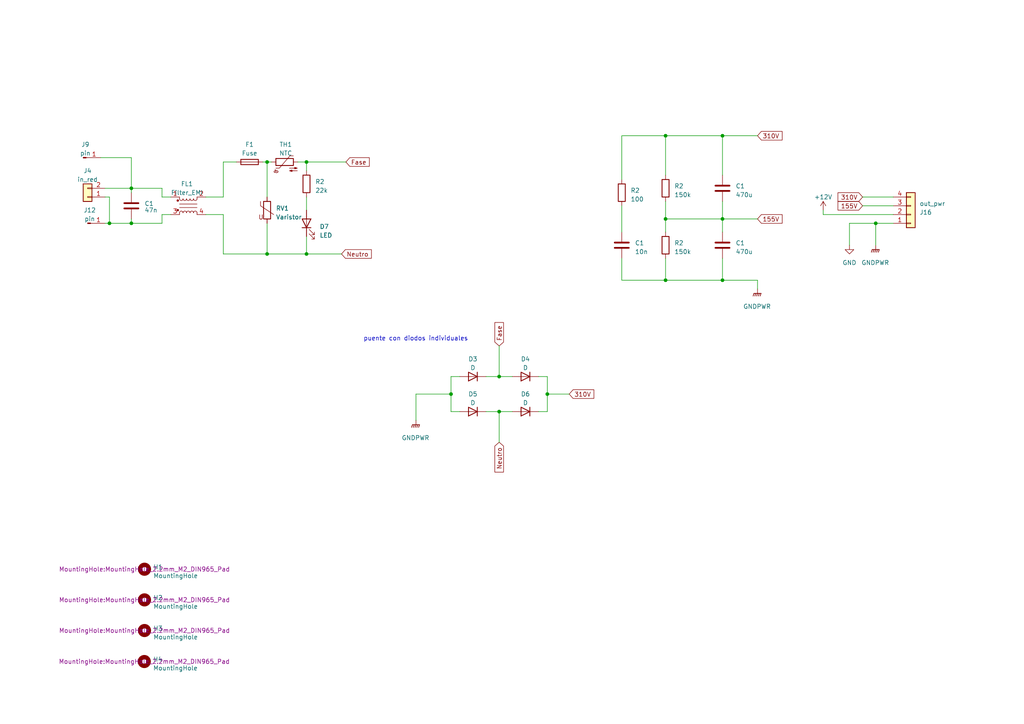
<source format=kicad_sch>
(kicad_sch (version 20230121) (generator eeschema)
  (paper "A4")
  (lib_symbols
    (symbol "Connector:Conn_01x01_Pin" (pin_names (offset 1.016) hide)
      (property "Reference" "J" (at 0 2.54 0))
      (property "Value" "Conn_01x01_Pin" (at 0 -2.54 0))
      (symbol "Conn_01x01_Pin_1_1"
        (polyline (pts (xy 1.27 0) (xy 0.8636 0)) (stroke (width 0.1524)))
        (rectangle (start 0.8636 0.127) (end 0 -0.127) (stroke (width 0.1524)) (fill (type outline)))
        (pin passive line (at 5.08 0 180) (length 3.81) (name "Pin_1") (number "1"))
      )
    )
    (symbol "Connector_Generic:Conn_01x02" (pin_names (offset 1.016) hide)
      (property "Reference" "J" (at 0 2.54 0))
      (property "Value" "Conn_01x02" (at 0 -5.08 0))
      (symbol "Conn_01x02_1_1"
        (rectangle (start -1.27 -2.413) (end 0 -2.667) (stroke (width 0.1524)))
        (rectangle (start -1.27 0.127) (end 0 -0.127) (stroke (width 0.1524)))
        (rectangle (start -1.27 1.27) (end 1.27 -3.81) (stroke (width 0.254)) (fill (type background)))
        (pin passive line (at -5.08 0 0) (length 3.81) (name "Pin_1") (number "1"))
        (pin passive line (at -5.08 -2.54 0) (length 3.81) (name "Pin_2") (number "2"))
      )
    )
    (symbol "Connector_Generic:Conn_01x04" (pin_names (offset 1.016) hide)
      (property "Reference" "J" (at 0 5.08 0))
      (property "Value" "Conn_01x04" (at 0 -7.62 0))
      (symbol "Conn_01x04_1_1"
        (rectangle (start -1.27 -4.953) (end 0 -5.207) (stroke (width 0.1524)))
        (rectangle (start -1.27 -2.413) (end 0 -2.667) (stroke (width 0.1524)))
        (rectangle (start -1.27 0.127) (end 0 -0.127) (stroke (width 0.1524)))
        (rectangle (start -1.27 2.667) (end 0 2.413) (stroke (width 0.1524)))
        (rectangle (start -1.27 3.81) (end 1.27 -6.35) (stroke (width 0.254)) (fill (type background)))
        (pin passive line (at -5.08 2.54 0) (length 3.81) (name "Pin_1") (number "1"))
        (pin passive line (at -5.08 0 0) (length 3.81) (name "Pin_2") (number "2"))
        (pin passive line (at -5.08 -2.54 0) (length 3.81) (name "Pin_3") (number "3"))
        (pin passive line (at -5.08 -5.08 0) (length 3.81) (name "Pin_4") (number "4"))
      )
    )
    (symbol "Device:C" (pin_numbers hide) (pin_names (offset 0.254))
      (property "Reference" "C" (at 0.635 2.54 0))
      (property "Value" "C" (at 0.635 -2.54 0))
      (symbol "C_0_1"
        (polyline (pts (xy -2.032 -0.762) (xy 2.032 -0.762)) (stroke (width 0.508)))
        (polyline (pts (xy -2.032 0.762) (xy 2.032 0.762)) (stroke (width 0.508)))
      )
      (symbol "C_1_1"
        (pin passive line (at 0 3.81 270) (length 2.794) (name "~") (number "1"))
        (pin passive line (at 0 -3.81 90) (length 2.794) (name "~") (number "2"))
      )
    )
    (symbol "Device:D" (pin_numbers hide) (pin_names (offset 1.016) hide)
      (property "Reference" "D" (at 0 2.54 0))
      (property "Value" "D" (at 0 -2.54 0))
      (symbol "D_0_1"
        (polyline (pts (xy -1.27 1.27) (xy -1.27 -1.27)) (stroke (width 0.254)))
        (polyline (pts (xy 1.27 0) (xy -1.27 0)))
        (polyline (pts (xy 1.27 1.27) (xy 1.27 -1.27) (xy -1.27 0) (xy 1.27 1.27)) (stroke (width 0.254)))
      )
      (symbol "D_1_1"
        (pin passive line (at -3.81 0 0) (length 2.54) (name "K") (number "1"))
        (pin passive line (at 3.81 0 180) (length 2.54) (name "A") (number "2"))
      )
    )
    (symbol "Device:Filter_EMI_CommonMode" (pin_names (offset 0.254) hide)
      (property "Reference" "FL" (at 0 4.445 0))
      (property "Value" "Filter_EMI_CommonMode" (at 0 -4.445 0))
      (symbol "Filter_EMI_CommonMode_0_1"
        (circle (center -3.048 -1.27) (radius 0.254) (fill (type outline)))
        (circle (center -3.048 1.524) (radius 0.254) (fill (type outline)))
        (arc (start -2.54 2.032) (mid -2.032 1.5262) (end -1.524 2.032))
        (arc (start -1.524 -2.032) (mid -2.032 -1.5262) (end -2.54 -2.032))
        (arc (start -1.524 2.032) (mid -1.016 1.5262) (end -0.508 2.032))
        (arc (start -0.508 -2.032) (mid -1.016 -1.5262) (end -1.524 -2.032))
        (arc (start -0.508 2.032) (mid 0 1.5262) (end 0.508 2.032))
        (polyline (pts (xy -2.54 -2.032) (xy -2.54 -2.54)))
        (polyline (pts (xy -2.54 0.508) (xy 2.54 0.508)))
        (polyline (pts (xy -2.54 2.032) (xy -2.54 2.54)))
        (polyline (pts (xy 2.54 -2.032) (xy 2.54 -2.54)))
        (polyline (pts (xy 2.54 -0.508) (xy -2.54 -0.508)))
        (polyline (pts (xy 2.54 2.54) (xy 2.54 2.032)))
        (arc (start 0.508 -2.032) (mid 0 -1.5262) (end -0.508 -2.032))
        (arc (start 0.508 2.032) (mid 1.016 1.5262) (end 1.524 2.032))
        (arc (start 1.524 -2.032) (mid 1.016 -1.5262) (end 0.508 -2.032))
        (arc (start 1.524 2.032) (mid 2.032 1.5262) (end 2.54 2.032))
        (arc (start 2.54 -2.032) (mid 2.032 -1.5262) (end 1.524 -2.032))
      )
      (symbol "Filter_EMI_CommonMode_1_1"
        (pin passive line (at -5.08 2.54 0) (length 2.54) (name "1") (number "1"))
        (pin passive line (at 5.08 2.54 180) (length 2.54) (name "2") (number "2"))
        (pin passive line (at -5.08 -2.54 0) (length 2.54) (name "3") (number "3"))
        (pin passive line (at 5.08 -2.54 180) (length 2.54) (name "4") (number "4"))
      )
    )
    (symbol "Device:Fuse" (pin_numbers hide) (pin_names (offset 0))
      (property "Reference" "F" (at 2.032 0 90))
      (property "Value" "Fuse" (at -1.905 0 90))
      (symbol "Fuse_0_1"
        (rectangle (start -0.762 -2.54) (end 0.762 2.54) (stroke (width 0.254)))
        (polyline (pts (xy 0 2.54) (xy 0 -2.54)))
      )
      (symbol "Fuse_1_1"
        (pin passive line (at 0 3.81 270) (length 1.27) (name "~") (number "1"))
        (pin passive line (at 0 -3.81 90) (length 1.27) (name "~") (number "2"))
      )
    )
    (symbol "Device:LED" (pin_numbers hide) (pin_names (offset 1.016) hide)
      (property "Reference" "D" (at 0 2.54 0))
      (property "Value" "LED" (at 0 -2.54 0))
      (symbol "LED_0_1"
        (polyline (pts (xy -1.27 -1.27) (xy -1.27 1.27)) (stroke (width 0.254)))
        (polyline (pts (xy -1.27 0) (xy 1.27 0)))
        (polyline (pts (xy 1.27 -1.27) (xy 1.27 1.27) (xy -1.27 0) (xy 1.27 -1.27)) (stroke (width 0.254)))
        (polyline (pts (xy -3.048 -0.762) (xy -4.572 -2.286) (xy -3.81 -2.286) (xy -4.572 -2.286) (xy -4.572 -1.524)))
        (polyline (pts (xy -1.778 -0.762) (xy -3.302 -2.286) (xy -2.54 -2.286) (xy -3.302 -2.286) (xy -3.302 -1.524)))
      )
      (symbol "LED_1_1"
        (pin passive line (at -3.81 0 0) (length 2.54) (name "K") (number "1"))
        (pin passive line (at 3.81 0 180) (length 2.54) (name "A") (number "2"))
      )
    )
    (symbol "Device:R" (pin_numbers hide) (pin_names (offset 0))
      (property "Reference" "R" (at 2.032 0 90))
      (property "Value" "R" (at 0 0 90))
      (symbol "R_0_1"
        (rectangle (start -1.016 -2.54) (end 1.016 2.54) (stroke (width 0.254)))
      )
      (symbol "R_1_1"
        (pin passive line (at 0 3.81 270) (length 1.27) (name "~") (number "1"))
        (pin passive line (at 0 -3.81 90) (length 1.27) (name "~") (number "2"))
      )
    )
    (symbol "Device:Thermistor_NTC" (pin_numbers hide) (pin_names (offset 0))
      (property "Reference" "TH" (at -4.445 0 90))
      (property "Value" "Thermistor_NTC" (at 3.175 0 90))
      (symbol "Thermistor_NTC_0_1"
        (arc (start -3.048 2.159) (mid -3.0495 2.3143) (end -3.175 2.413))
        (arc (start -3.048 2.159) (mid -2.9736 1.9794) (end -2.794 1.905))
        (arc (start -3.048 2.794) (mid -2.9736 2.6144) (end -2.794 2.54))
        (arc (start -2.794 1.905) (mid -2.6144 1.9794) (end -2.54 2.159))
        (arc (start -2.794 2.54) (mid -2.4393 2.5587) (end -2.159 2.794))
        (arc (start -2.794 3.048) (mid -2.9736 2.9736) (end -3.048 2.794))
        (arc (start -2.54 2.794) (mid -2.6144 2.9736) (end -2.794 3.048))
        (rectangle (start -1.016 2.54) (end 1.016 -2.54) (stroke (width 0.254)))
        (polyline (pts (xy -2.54 2.159) (xy -2.54 2.794)))
        (polyline (pts (xy -1.778 2.54) (xy -1.778 1.524) (xy 1.778 -1.524) (xy 1.778 -2.54)))
        (polyline (pts (xy -2.54 -3.683) (xy -2.54 -1.397) (xy -2.794 -2.159) (xy -2.286 -2.159) (xy -2.54 -1.397) (xy -2.54 -1.651)) (fill (type outline)))
        (polyline (pts (xy -1.778 -1.397) (xy -1.778 -3.683) (xy -2.032 -2.921) (xy -1.524 -2.921) (xy -1.778 -3.683) (xy -1.778 -3.429)) (fill (type outline)))
      )
      (symbol "Thermistor_NTC_1_1"
        (pin passive line (at 0 3.81 270) (length 1.27) (name "~") (number "1"))
        (pin passive line (at 0 -3.81 90) (length 1.27) (name "~") (number "2"))
      )
    )
    (symbol "Device:Varistor" (pin_numbers hide) (pin_names (offset 0))
      (property "Reference" "RV" (at 3.175 0 90))
      (property "Value" "Varistor" (at -3.175 0 90))
      (symbol "Varistor_0_0"
        (text "U" (at -1.778 -2.032 0) (effects (font (size 1.27 1.27))))
      )
      (symbol "Varistor_0_1"
        (rectangle (start -1.016 -2.54) (end 1.016 2.54) (stroke (width 0.254)))
        (polyline (pts (xy -1.905 2.54) (xy -1.905 1.27) (xy 1.905 -1.27)))
      )
      (symbol "Varistor_1_1"
        (pin passive line (at 0 3.81 270) (length 1.27) (name "~") (number "1"))
        (pin passive line (at 0 -3.81 90) (length 1.27) (name "~") (number "2"))
      )
    )
    (symbol "Mechanical:MountingHole" (pin_names (offset 1.016))
      (property "Reference" "H" (at 0 5.08 0))
      (property "Value" "MountingHole" (at 0 3.175 0))
      (symbol "MountingHole_0_1"
        (circle (center 0 0) (radius 1.27) (stroke (width 1.27)))
      )
    )
    (symbol "power:+12V" (power) (pin_names (offset 0))
      (property "Value" "+12V" (at 0 3.556 0))
      (symbol "+12V_0_1"
        (polyline (pts (xy -0.762 1.27) (xy 0 2.54)))
        (polyline (pts (xy 0 0) (xy 0 2.54)))
        (polyline (pts (xy 0 2.54) (xy 0.762 1.27)))
      )
      (symbol "+12V_1_1"
        (pin power_in line (at 0 0 90) (length 0) hide (name "+12V") (number "1"))
      )
    )
    (symbol "power:GND" (power) (pin_names (offset 0))
      (property "Value" "GND" (at 0 -3.81 0))
      (symbol "GND_0_1"
        (polyline (pts (xy 0 0) (xy 0 -1.27) (xy 1.27 -1.27) (xy 0 -2.54) (xy -1.27 -1.27) (xy 0 -1.27)))
      )
      (symbol "GND_1_1"
        (pin power_in line (at 0 0 270) (length 0) hide (name "GND") (number "1"))
      )
    )
    (symbol "power:GNDPWR" (power) (pin_names (offset 0))
      (property "Value" "GNDPWR" (at 0 -3.302 0))
      (symbol "GNDPWR_0_1"
        (polyline (pts (xy 0 -1.27) (xy 0 0)))
        (polyline (pts (xy -1.016 -1.27) (xy -1.27 -2.032) (xy -1.27 -2.032)) (stroke (width 0.2032)))
        (polyline (pts (xy -0.508 -1.27) (xy -0.762 -2.032) (xy -0.762 -2.032)) (stroke (width 0.2032)))
        (polyline (pts (xy 0 -1.27) (xy -0.254 -2.032) (xy -0.254 -2.032)) (stroke (width 0.2032)))
        (polyline (pts (xy 0.508 -1.27) (xy 0.254 -2.032) (xy 0.254 -2.032)) (stroke (width 0.2032)))
        (polyline (pts (xy 1.016 -1.27) (xy -1.016 -1.27) (xy -1.016 -1.27)) (stroke (width 0.2032)))
        (polyline (pts (xy 1.016 -1.27) (xy 0.762 -2.032) (xy 0.762 -2.032) (xy 0.762 -2.032)) (stroke (width 0.2032)))
      )
      (symbol "GNDPWR_1_1"
        (pin power_in line (at 0 0 270) (length 0) hide (name "GNDPWR") (number "1"))
      )
    )
  )
  (junction (at 130.81 114.3))
  (junction (at 144.78 119.38))
  (junction (at 193.04 63.5))
  (junction (at 88.9 73.66))
  (junction (at 158.75 114.3))
  (junction (at 77.47 46.99))
  (junction (at 88.9 46.99))
  (junction (at 193.04 39.37))
  (junction (at 254 64.77))
  (junction (at 209.55 39.37))
  (junction (at 209.55 63.5))
  (junction (at 38.1 64.77))
  (junction (at 209.55 81.28))
  (junction (at 144.78 109.22))
  (junction (at 38.1 54.61))
  (junction (at 77.47 73.66))
  (junction (at 31.75 64.77))
  (junction (at 193.04 81.28))
  (wire (pts (xy 180.34 39.37) (xy 193.04 39.37)))
  (wire (pts (xy 130.81 119.38) (xy 133.35 119.38)))
  (wire (pts (xy 49.53 62.23) (xy 46.99 62.23)))
  (wire (pts (xy 259.08 62.23) (xy 238.76 62.23)))
  (wire (pts (xy 156.21 109.22) (xy 158.75 109.22)))
  (wire (pts (xy 144.78 109.22) (xy 148.59 109.22)))
  (wire (pts (xy 77.47 46.99) (xy 78.74 46.99)))
  (wire (pts (xy 140.97 109.22) (xy 144.78 109.22)))
  (wire (pts (xy 158.75 109.22) (xy 158.75 114.3)))
  (wire (pts (xy 193.04 63.5) (xy 193.04 67.31)))
  (wire (pts (xy 180.34 52.07) (xy 180.34 39.37)))
  (wire (pts (xy 193.04 81.28) (xy 209.55 81.28)))
  (wire (pts (xy 31.75 64.77) (xy 38.1 64.77)))
  (wire (pts (xy 88.9 46.99) (xy 100.33 46.99)))
  (wire (pts (xy 29.21 45.72) (xy 38.1 45.72)))
  (wire (pts (xy 238.76 62.23) (xy 238.76 60.96)))
  (wire (pts (xy 180.34 59.69) (xy 180.34 67.31)))
  (wire (pts (xy 246.38 64.77) (xy 246.38 71.12)))
  (wire (pts (xy 250.19 59.69) (xy 259.08 59.69)))
  (wire (pts (xy 180.34 81.28) (xy 193.04 81.28)))
  (wire (pts (xy 130.81 114.3) (xy 130.81 119.38)))
  (wire (pts (xy 88.9 46.99) (xy 88.9 49.53)))
  (wire (pts (xy 38.1 54.61) (xy 38.1 55.88)))
  (wire (pts (xy 209.55 74.93) (xy 209.55 81.28)))
  (wire (pts (xy 59.69 62.23) (xy 64.77 62.23)))
  (wire (pts (xy 46.99 62.23) (xy 46.99 64.77)))
  (wire (pts (xy 38.1 54.61) (xy 46.99 54.61)))
  (wire (pts (xy 193.04 39.37) (xy 209.55 39.37)))
  (wire (pts (xy 30.48 54.61) (xy 38.1 54.61)))
  (wire (pts (xy 120.65 114.3) (xy 130.81 114.3)))
  (wire (pts (xy 219.71 39.37) (xy 209.55 39.37)))
  (wire (pts (xy 31.75 57.15) (xy 31.75 64.77)))
  (wire (pts (xy 254 64.77) (xy 254 71.12)))
  (wire (pts (xy 130.81 109.22) (xy 130.81 114.3)))
  (wire (pts (xy 209.55 39.37) (xy 209.55 50.8)))
  (wire (pts (xy 193.04 63.5) (xy 209.55 63.5)))
  (wire (pts (xy 30.48 64.77) (xy 31.75 64.77)))
  (wire (pts (xy 30.48 57.15) (xy 31.75 57.15)))
  (wire (pts (xy 88.9 73.66) (xy 99.06 73.66)))
  (wire (pts (xy 76.2 46.99) (xy 77.47 46.99)))
  (wire (pts (xy 144.78 119.38) (xy 148.59 119.38)))
  (wire (pts (xy 209.55 63.5) (xy 209.55 67.31)))
  (wire (pts (xy 209.55 63.5) (xy 219.71 63.5)))
  (wire (pts (xy 133.35 109.22) (xy 130.81 109.22)))
  (wire (pts (xy 64.77 46.99) (xy 68.58 46.99)))
  (wire (pts (xy 77.47 73.66) (xy 88.9 73.66)))
  (wire (pts (xy 209.55 58.42) (xy 209.55 63.5)))
  (wire (pts (xy 158.75 119.38) (xy 156.21 119.38)))
  (wire (pts (xy 209.55 81.28) (xy 219.71 81.28)))
  (wire (pts (xy 250.19 57.15) (xy 259.08 57.15)))
  (wire (pts (xy 140.97 119.38) (xy 144.78 119.38)))
  (wire (pts (xy 77.47 46.99) (xy 77.47 57.15)))
  (wire (pts (xy 64.77 73.66) (xy 64.77 62.23)))
  (wire (pts (xy 193.04 58.42) (xy 193.04 63.5)))
  (wire (pts (xy 59.69 57.15) (xy 64.77 57.15)))
  (wire (pts (xy 254 64.77) (xy 246.38 64.77)))
  (wire (pts (xy 158.75 114.3) (xy 165.1 114.3)))
  (wire (pts (xy 38.1 63.5) (xy 38.1 64.77)))
  (wire (pts (xy 193.04 74.93) (xy 193.04 81.28)))
  (wire (pts (xy 144.78 119.38) (xy 144.78 128.27)))
  (wire (pts (xy 158.75 114.3) (xy 158.75 119.38)))
  (wire (pts (xy 46.99 57.15) (xy 46.99 54.61)))
  (wire (pts (xy 88.9 57.15) (xy 88.9 60.96)))
  (wire (pts (xy 259.08 64.77) (xy 254 64.77)))
  (wire (pts (xy 219.71 81.28) (xy 219.71 83.82)))
  (wire (pts (xy 77.47 64.77) (xy 77.47 73.66)))
  (wire (pts (xy 49.53 57.15) (xy 46.99 57.15)))
  (wire (pts (xy 64.77 46.99) (xy 64.77 57.15)))
  (wire (pts (xy 193.04 39.37) (xy 193.04 50.8)))
  (wire (pts (xy 38.1 64.77) (xy 46.99 64.77)))
  (wire (pts (xy 38.1 45.72) (xy 38.1 54.61)))
  (wire (pts (xy 88.9 68.58) (xy 88.9 73.66)))
  (wire (pts (xy 64.77 73.66) (xy 77.47 73.66)))
  (wire (pts (xy 86.36 46.99) (xy 88.9 46.99)))
  (wire (pts (xy 180.34 74.93) (xy 180.34 81.28)))
  (wire (pts (xy 144.78 100.33) (xy 144.78 109.22)))
  (wire (pts (xy 120.65 121.92) (xy 120.65 114.3)))
  (text "puente con diodos individuales\n" (at 105.41 99.06 0) (effects (font (size 1.27 1.27)) (justify left bottom)))
  (global_label "Fase" (shape input) (at 100.33 46.99 0) (property "Intersheetrefs" "${INTERSHEET_REFS}" (effects hide)))
  (global_label "Fase" (shape input) (at 144.78 100.33 90) (property "Intersheetrefs" "${INTERSHEET_REFS}" (effects hide)))
  (global_label "155V" (shape input) (at 219.71 63.5 0) (property "Intersheetrefs" "${INTERSHEET_REFS}" (effects hide)))
  (global_label "310V" (shape input) (at 250.19 57.15 180) (property "Intersheetrefs" "${INTERSHEET_REFS}" (effects hide)))
  (global_label "Neutro" (shape input) (at 144.78 128.27 270) (property "Intersheetrefs" "${INTERSHEET_REFS}" (effects hide)))
  (global_label "Neutro" (shape input) (at 99.06 73.66 0) (property "Intersheetrefs" "${INTERSHEET_REFS}" (effects hide)))
  (global_label "310V" (shape input) (at 165.1 114.3 0) (property "Intersheetrefs" "${INTERSHEET_REFS}" (effects hide)))
  (global_label "155V" (shape input) (at 250.19 59.69 180) (property "Intersheetrefs" "${INTERSHEET_REFS}" (effects hide)))
  (global_label "310V" (shape input) (at 219.71 39.37 0) (property "Intersheetrefs" "${INTERSHEET_REFS}" (effects hide)))
  (symbol (lib_id "Connector_Generic:Conn_01x04") (at 264.16 62.23 0) (mirror x) (unit 1)
    (property "Reference" "J16" (at 266.7 61.595 0) (effects (justify left)))
    (property "Value" "out_pwr" (at 266.7 59.055 0) (effects (justify left)))
    (property "Footprint" "Connector_Phoenix_MC_HighVoltage:PhoenixContact_MC_1,5_4-G-5.08_1x04_P5.08mm_Horizontal" (effects hide))
    (instances (project "fuente_conmutada" (path "" (reference "J16") (unit 1)) (path "" (reference "J7") (unit 1))))
  )
  (symbol (lib_id "Mechanical:MountingHole") (at 41.91 173.99 0) (unit 1)
    (property "Reference" "H2" (at 44.45 173.355 0) (effects (justify left)))
    (property "Value" "MountingHole" (at 44.45 175.895 0) (effects (justify left)))
    (property "Footprint" "MountingHole:MountingHole_2.2mm_M2_DIN965_Pad" (at 41.91 173.99 0))
  )
  (symbol (lib_id "Device:LED") (at 88.9 64.77 90) (unit 1)
    (property "Reference" "D7" (at 92.71 65.7225 90) (effects (justify right)))
    (property "Value" "LED" (at 92.71 68.2625 90) (effects (justify right)))
    (property "Footprint" "LED_THT:LED_D5.0mm" (effects hide))
  )
  (symbol (lib_id "Mechanical:MountingHole") (at 41.91 182.88 0) (unit 1)
    (property "Reference" "H3" (at 44.45 182.245 0) (effects (justify left)))
    (property "Value" "MountingHole" (at 44.45 184.785 0) (effects (justify left)))
    (property "Footprint" "MountingHole:MountingHole_2.2mm_M2_DIN965_Pad" (at 41.91 182.88 0))
  )
  (symbol (lib_id "Device:C") (at 38.1 59.69 0) (unit 1)
    (property "Reference" "C1" (at 41.91 59.055 0) (effects (justify left)))
    (property "Value" "47n" (at 41.91 60.96 0) (effects (justify left)))
    (property "Footprint" "Capacitor_THT:C_Rect_L19.0mm_W9.0mm_P15.00mm_MKS4" (effects hide))
    (instances (project "fuente_conmutada" (path "" (reference "C1") (unit 1)) (path "" (reference "C1") (unit 1)) (path "" (reference "C8") (unit 1))))
  )
  (symbol (lib_id "Device:R") (at 88.9 53.34 180) (unit 1)
    (property "Reference" "R2" (at 91.44 52.705 0) (effects (justify right)))
    (property "Value" "22k" (at 91.44 55.245 0) (effects (justify right)))
    (property "Footprint" "Resistor_THT:R_Axial_DIN0207_L6.3mm_D2.5mm_P7.62mm_Horizontal" (effects hide))
    (instances (project "fuente_conmutada" (path "" (reference "R2") (unit 1)) (path "" (reference "R2") (unit 1)) (path "" (reference "R11") (unit 1))))
  )
  (symbol (lib_id "Connector:Conn_01x01_Pin") (at 24.13 45.72 0) (unit 1)
    (property "Reference" "J9" (at 24.765 41.91 0))
    (property "Value" "pin" (at 24.765 44.45 0))
    (property "Footprint" "Connector_Pin:Pin_D1.3mm_L11.0mm_LooseFit" (effects hide))
  )
  (symbol (lib_id "Device:D") (at 137.16 109.22 180) (unit 1)
    (property "Reference" "D3" (at 137.16 104.14 0))
    (property "Value" "D" (at 137.16 106.68 0))
    (property "Footprint" "Diode_THT:D_A-405_P12.70mm_Horizontal" (effects hide))
    (property "Sim.Device" "D" (effects hide))
    (property "Sim.Pins" "1=K 2=A" (effects hide))
  )
  (symbol (lib_id "power:GNDPWR") (at 254 71.12 0) (unit 1)
    (property "Reference" "#PWR021" (effects hide))
    (property "Value" "GNDPWR" (at 253.873 76.2 0))
  )
  (symbol (lib_id "Mechanical:MountingHole") (at 41.91 165.1 0) (unit 1)
    (property "Reference" "H1" (at 44.45 164.465 0) (effects (justify left)))
    (property "Value" "MountingHole" (at 44.45 167.005 0) (effects (justify left)))
    (property "Footprint" "MountingHole:MountingHole_2.2mm_M2_DIN965_Pad" (at 41.91 165.1 0))
  )
  (symbol (lib_id "Mechanical:MountingHole") (at 41.85 191.8711 0) (unit 1)
    (property "Reference" "H4" (at 44.39 191.2361 0) (effects (justify left)))
    (property "Value" "MountingHole" (at 44.39 193.7761 0) (effects (justify left)))
    (property "Footprint" "MountingHole:MountingHole_2.2mm_M2_DIN965_Pad" (at 41.85 191.8711 0))
  )
  (symbol (lib_id "Device:Fuse") (at 72.39 46.99 90) (unit 1)
    (property "Reference" "F1" (at 72.39 41.91 90))
    (property "Value" "Fuse" (at 72.39 44.45 90))
    (property "Footprint" "Fuse:Fuseholder_Clip-5x20mm_Littelfuse_445-030_Inline_P20.50x5.20mm_D1.30mm_Horizontal" (effects hide))
  )
  (symbol (lib_id "Device:C") (at 180.34 71.12 0) (unit 1)
    (property "Reference" "C1" (at 184.15 70.485 0) (effects (justify left)))
    (property "Value" "10n" (at 184.15 73.025 0) (effects (justify left)))
    (property "Footprint" "Capacitor_THT:C_Rect_L13.5mm_W5.0mm_P10.00mm_FKS3_FKP3_MKS4" (effects hide))
    (instances (project "fuente_conmutada" (path "" (reference "C1") (unit 1)) (path "" (reference "C1") (unit 1)) (path "" (reference "C9") (unit 1))))
  )
  (symbol (lib_id "Device:R") (at 193.04 71.12 180) (unit 1)
    (property "Reference" "R2" (at 195.58 70.485 0) (effects (justify right)))
    (property "Value" "150k" (at 195.58 73.025 0) (effects (justify right)))
    (property "Footprint" "Resistor_THT:R_Axial_DIN0411_L9.9mm_D3.6mm_P12.70mm_Horizontal" (effects hide))
    (instances (project "fuente_conmutada" (path "" (reference "R2") (unit 1)) (path "" (reference "R2") (unit 1)) (path "" (reference "R10") (unit 1))))
  )
  (symbol (lib_id "Device:R") (at 180.34 55.88 180) (unit 1)
    (property "Reference" "R2" (at 182.88 55.245 0) (effects (justify right)))
    (property "Value" "100" (at 182.88 57.785 0) (effects (justify right)))
    (property "Footprint" "Resistor_THT:R_Axial_DIN0411_L9.9mm_D3.6mm_P12.70mm_Horizontal" (effects hide))
    (instances (project "fuente_conmutada" (path "" (reference "R2") (unit 1)) (path "" (reference "R2") (unit 1)) (path "" (reference "R13") (unit 1))))
  )
  (symbol (lib_id "Connector_Generic:Conn_01x02") (at 25.4 57.15 180) (unit 1)
    (property "Reference" "J4" (at 25.4 49.53 0))
    (property "Value" "in_red" (at 25.4 52.07 0))
    (property "Footprint" "TerminalBlock_Altech:Altech_AK300_1x02_P5.00mm_45-Degree" (effects hide))
    (instances (project "fuente_conmutada" (path "" (reference "J4") (unit 1)) (path "" (reference "J5") (unit 1)) (path "" (reference "J6") (unit 1))))
  )
  (symbol (lib_id "Device:Varistor") (at 77.47 60.96 0) (unit 1)
    (property "Reference" "RV1" (at 80.01 60.4242 0) (effects (justify left)))
    (property "Value" "Varistor" (at 80.01 62.9642 0) (effects (justify left)))
    (property "Footprint" "Varistor:RV_Disc_D12mm_W3.9mm_P7.5mm" (effects hide))
    (property "Sim.Name" "kicad_builtin_varistor" (effects hide))
    (property "Sim.Device" "SUBCKT" (effects hide))
    (property "Sim.Pins" "1=A 2=B" (effects hide))
    (property "Sim.Params" "threshold=1k" (effects hide))
    (property "Sim.Library" "${KICAD7_SYMBOL_DIR}/Simulation_SPICE.sp" (effects hide))
  )
  (symbol (lib_id "Device:D") (at 152.4 119.38 180) (unit 1)
    (property "Reference" "D6" (at 152.4 114.3 0))
    (property "Value" "D" (at 152.4 116.84 0))
    (property "Footprint" "Diode_THT:D_A-405_P12.70mm_Horizontal" (effects hide))
    (property "Sim.Device" "D" (effects hide))
    (property "Sim.Pins" "1=K 2=A" (effects hide))
  )
  (symbol (lib_id "power:GNDPWR") (at 219.71 83.82 0) (unit 1)
    (property "Reference" "#PWR019" (effects hide))
    (property "Value" "GNDPWR" (at 219.583 88.9 0))
  )
  (symbol (lib_id "Device:R") (at 193.04 54.61 180) (unit 1)
    (property "Reference" "R2" (at 195.58 53.975 0) (effects (justify right)))
    (property "Value" "150k" (at 195.58 56.515 0) (effects (justify right)))
    (property "Footprint" "Resistor_THT:R_Axial_DIN0411_L9.9mm_D3.6mm_P12.70mm_Horizontal" (effects hide))
    (instances (project "fuente_conmutada" (path "" (reference "R2") (unit 1)) (path "" (reference "R2") (unit 1)) (path "" (reference "R9") (unit 1))))
  )
  (symbol (lib_id "power:GND") (at 246.38 71.12 0) (unit 1)
    (property "Reference" "#PWR02" (effects hide))
    (property "Value" "GND" (at 246.38 76.2 0))
    (instances (project "fuente_conmutada" (path "" (reference "#PWR02") (unit 1)) (path "" (reference "#PWR02") (unit 1)) (path "" (reference "#PWR014") (unit 1)) (path "" (reference "#PWR035") (unit 1))))
  )
  (symbol (lib_id "Device:D") (at 137.16 119.38 180) (unit 1)
    (property "Reference" "D5" (at 137.16 114.3 0))
    (property "Value" "D" (at 137.16 116.84 0))
    (property "Footprint" "Diode_THT:D_A-405_P12.70mm_Horizontal" (effects hide))
    (property "Sim.Device" "D" (effects hide))
    (property "Sim.Pins" "1=K 2=A" (effects hide))
  )
  (symbol (lib_id "Connector:Conn_01x01_Pin") (at 25.4 64.77 0) (unit 1)
    (property "Reference" "J12" (at 26.035 60.96 0))
    (property "Value" "pin" (at 26.035 63.5 0))
    (property "Footprint" "Connector_Pin:Pin_D1.3mm_L11.0mm_LooseFit" (effects hide))
  )
  (symbol (lib_id "Device:Thermistor_NTC") (at 82.55 46.99 90) (unit 1)
    (property "Reference" "TH1" (at 82.8675 41.91 90))
    (property "Value" "NTC" (at 82.8675 44.45 90))
    (property "Footprint" "Varistor:RV_Disc_D21.5mm_W6.3mm_P10mm" (effects hide))
  )
  (symbol (lib_id "power:+12V") (at 238.76 60.96 0) (unit 1)
    (property "Reference" "#PWR013" (effects hide))
    (property "Value" "+12V" (at 238.76 57.15 0))
    (instances (project "fuente_conmutada" (path "" (reference "#PWR013") (unit 1)) (path "" (reference "#PWR017") (unit 1)) (path "" (reference "#PWR036") (unit 1))))
  )
  (symbol (lib_id "Device:D") (at 152.4 109.22 180) (unit 1)
    (property "Reference" "D4" (at 152.4 104.14 0))
    (property "Value" "D" (at 152.4 106.68 0))
    (property "Footprint" "Diode_THT:D_A-405_P12.70mm_Horizontal" (effects hide))
    (property "Sim.Device" "D" (effects hide))
    (property "Sim.Pins" "1=K 2=A" (effects hide))
  )
  (symbol (lib_id "Device:Filter_EMI_CommonMode") (at 54.61 59.69 0) (unit 1)
    (property "Reference" "FL1" (at 54.229 53.34 0))
    (property "Value" "Filter_EMI" (at 54.229 55.88 0))
    (property "Footprint" "Inductor_THT:L_CommonMode_Toroid_filter_emi" (effects hide))
  )
  (symbol (lib_id "Device:C") (at 209.55 71.12 0) (unit 1)
    (property "Reference" "C1" (at 213.36 70.485 0) (effects (justify left)))
    (property "Value" "470u" (at 213.36 73.025 0) (effects (justify left)))
    (property "Footprint" "Capacitor_THT:CP_Radial_D35.0mm_P9mm" (effects hide))
    (instances (project "fuente_conmutada" (path "" (reference "C1") (unit 1)) (path "" (reference "C1") (unit 1)) (path "" (reference "C5") (unit 1))))
  )
  (symbol (lib_id "power:GNDPWR") (at 120.65 121.92 0) (unit 1)
    (property "Reference" "#PWR020" (effects hide))
    (property "Value" "GNDPWR" (at 120.523 127 0))
  )
  (symbol (lib_id "Device:C") (at 209.55 54.61 0) (unit 1)
    (property "Reference" "C1" (at 213.36 53.975 0) (effects (justify left)))
    (property "Value" "470u" (at 213.36 56.515 0) (effects (justify left)))
    (property "Footprint" "Capacitor_THT:CP_Radial_D35.0mm_P9mm" (effects hide))
    (instances (project "fuente_conmutada" (path "" (reference "C1") (unit 1)) (path "" (reference "C1") (unit 1)) (path "" (reference "C4") (unit 1))))
  )
)
</source>
